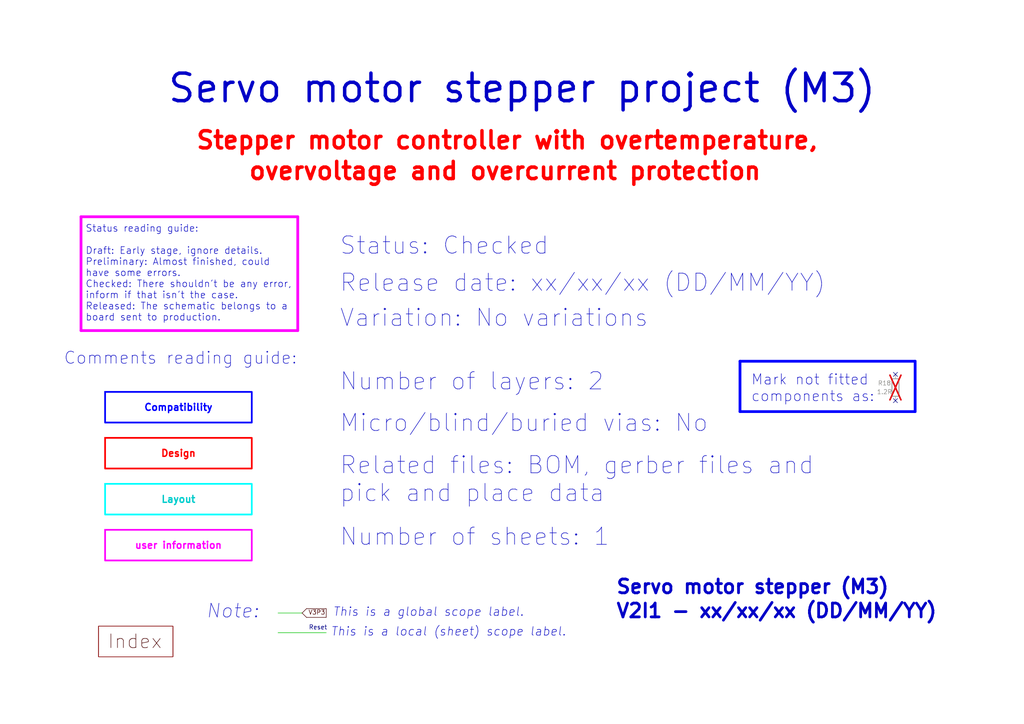
<source format=kicad_sch>
(kicad_sch (version 20230121) (generator eeschema)
  (paper "A4")
  (title_block (title "Servo motor stepper project") (date "2023-06-26") (rev "V2I1"))
  (lib_symbols
    (symbol "Device:R" (pin_numbers hide) (pin_names (offset 0))
      (property "Reference" "R" (at 2.032 0 90))
      (property "Value" "R" (at 0 0 90))
      (symbol "R_0_1"
        (rectangle (start -1.016 -2.54) (end 1.016 2.54) (stroke (width 0.254)))
      )
      (symbol "R_1_1"
        (pin passive line (at 0 3.81 270) (length 1.27) (name "~") (number "1"))
        (pin passive line (at 0 -3.81 90) (length 1.27) (name "~") (number "2"))
      )
    )
  )
  (no_connect (at 259.715 108.585))
  (no_connect (at 259.715 116.205))
  (polyline (pts (xy 88.9 176.53) (xy 94.615 176.53)) (stroke (width 0) (color 72 0 0 1)))
  (polyline (pts (xy 214.63 104.775) (xy 265.43 104.775)) (stroke (width 0.8) (type solid) (color 0 0 255 1)))
  (polyline (pts (xy 23.495 95.885) (xy 23.495 62.865)) (stroke (width 0.8) (color 255 0 255 1)))
  (polyline (pts (xy 80.645 177.8) (xy 87.63 177.8)) (stroke (width 0) (color 0 194 0 1)))
  (polyline (pts (xy 87.63 177.8) (xy 88.9 179.07)) (stroke (width 0) (color 72 0 0 1)))
  (polyline (pts (xy 86.36 95.885) (xy 23.495 95.885)) (stroke (width 0.8) (color 255 0 255 1)))
  (polyline (pts (xy 265.43 119.38) (xy 214.63 119.38)) (stroke (width 0.8) (type solid) (color 0 0 255 1)))
  (polyline (pts (xy 265.43 104.775) (xy 265.43 119.38)) (stroke (width 0.8) (type solid) (color 0 0 255 1)))
  (polyline (pts (xy 88.9 179.07) (xy 94.615 179.07)) (stroke (width 0) (color 72 0 0 1)))
  (polyline (pts (xy 23.495 62.865) (xy 86.36 62.865)) (stroke (width 0.8) (color 255 0 255 1)))
  (polyline (pts (xy 80.645 183.515) (xy 94.615 183.515)) (stroke (width 0) (color 0 194 0 1)))
  (polyline (pts (xy 86.36 62.865) (xy 86.36 95.885)) (stroke (width 0.8) (color 255 0 255 1)))
  (polyline (pts (xy 94.615 176.53) (xy 94.615 179.07)) (stroke (width 0) (color 72 0 0 1)))
  (polyline (pts (xy 214.63 119.38) (xy 214.63 104.775)) (stroke (width 0.8) (type solid) (color 0 0 255 1)))
  (polyline (pts (xy 87.63 177.8) (xy 88.9 176.53)) (stroke (width 0) (color 72 0 0 1)))
  (text_box "Design" (at 30.48 127 0) (size 42.545 8.89) (stroke (width 0.5) (color 255 0 0 1)) (effects (font (size 2 2) (thickness 0.4) bold)))
  (text_box "user information" (at 30.48 153.67 0) (size 42.545 8.89) (stroke (width 0.5) (color 255 0 255 1)) (effects (font (size 2 2) (thickness 0.4) bold)))
  (text_box "Compatibility" (at 30.48 113.665 0) (size 42.545 8.89) (stroke (width 0.5) (color 0 0 255 1)) (effects (font (size 2 2) (thickness 0.4) bold)))
  (text_box "Layout" (at 30.48 140.335 0) (size 42.545 8.89) (stroke (width 0.5) (color 0 255 255 1)) (effects (font (size 2 2) (thickness 0.4) bold)))
  (text "Variation: No variations" (at 98.425 95.25 0) (effects (font (size 5 5)) (justify left bottom)))
  (text "V2I1 - xx/xx/xx (DD/MM/YY)" (at 178.435 179.705 0) (effects (font (size 4 4) (thickness 0.8) bold) (justify left bottom)))
  (text "Status reading guide:\n\nDraft: Early stage, ignore details.\nPreliminary: Almost finished, could\nhave some errors.\nChecked: There shouldn't be any error,\ninform if that isn't the case.\nReleased: The schematic belongs to a \nboard sent to production." (at 24.765 93.345 0) (effects (font (size 2 2)) (justify left bottom)))
  (text "Servo motor stepper project (M3)" (at 48.26 30.48 0) (effects (font (size 8 8) (thickness 1) bold) (justify left bottom)))
  (text "This is a global scope label." (at 96.52 179.07 0) (effects (font (size 2.5 2.5) italic) (justify left bottom)))
  (text "Micro/blind/buried vias: No" (at 98.425 125.73 0) (effects (font (size 5 5)) (justify left bottom)))
  (text "Status: Checked" (at 98.425 74.295 0) (effects (font (size 5 5)) (justify left bottom)))
  (text "Comments reading guide:" (at 18.415 106.045 0) (effects (font (size 3.5 3.5)) (justify left bottom)))
  (text "overvoltage and overcurrent protection" (at 71.755 52.705 0) (effects (font (size 5 5) (thickness 1) bold) (justify left bottom)))
  (text "Reset" (at 89.535 182.88 0) (effects (font (size 1.27 1.27)) (justify left bottom)))
  (text "Note:" (at 59.69 179.705 0) (effects (font (size 4 4) italic) (justify left bottom)))
  (text "Stepper motor controller with overtemperature," (at 56.515 43.815 0) (effects (font (size 5 5) (thickness 1) bold) (justify left bottom)))
  (text "Related files: BOM, gerber files and\npick and place data" (at 98.425 146.05 0) (effects (font (size 5 5)) (justify left bottom)))
  (text "Number of sheets: 1" (at 98.425 158.75 0) (effects (font (size 5 5)) (justify left bottom)))
  (text "This is a local (sheet) scope label." (at 95.885 184.785 0) (effects (font (size 2.5 2.5) italic) (justify left bottom)))
  (text "Index" (at 31.115 188.595 0) (effects (font (size 4 4)) (justify left bottom)))
  (text "Mark not fitted\ncomponents as:" (at 217.805 116.84 0) (effects (font (size 3 3)) (justify left bottom)))
  (text "Number of layers: 2" (at 98.425 113.665 0) (effects (font (size 5 5)) (justify left bottom)))
  (text "Release date: xx/xx/xx (DD/MM/YY)" (at 98.425 85.09 0) (effects (font (size 5 5)) (justify left bottom)))
  (text "V3P3" (at 89.408 178.562 0) (effects (font (size 1.27 1.27)) (justify left bottom)))
  (text "Servo motor stepper (M3)" (at 178.435 172.72 0) (effects (font (size 4 4) (thickness 0.8) bold) (justify left bottom)))
  (symbol (lib_id "Device:R") (at 259.715 112.395 0) (unit 1) (in_bom no) (on_board no) (dnp yes)
    (property "Reference" "R18" (at 256.54 111.125 0))
    (property "Value" "1.2R" (at 256.54 113.665 0))
    (property "Footprint" "Resistor_SMD:R_0402_1005Metric" (effects hide))
    (property "Sim.Enable" "0" (effects hide))
  )
  (sheet (at 28.575 181.61) (size 21.59 8.89) (stroke (width 0.1524))
    (property "Sheetname" "index" (effects hide))
    (property "Sheetfile" "index.kicad_sch" (effects hide))
  )
)
</source>
